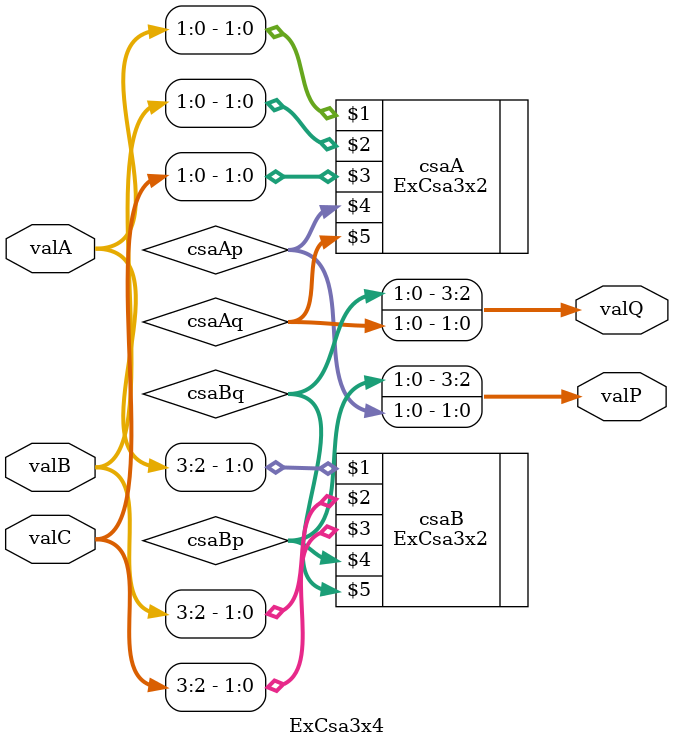
<source format=v>
/*
Carry Save for 3x 4-bit inputs, producing 2x 4-bit outputs.
 */

`include "ExCsa3x2.v"

module ExCsa3x4(valA, valB, valC, valP, valQ);
input[3:0]		valA;
input[3:0]		valB;
input[3:0]		valC;

output[3:0]		valP;
output[3:0]		valQ;

wire[1:0]	csaAp;
wire[1:0]	csaAq;
ExCsa3x2	csaA(valA[1:0], valB[1:0], valC[1:0], csaAp, csaAq);

wire[1:0]	csaBp;
wire[1:0]	csaBq;
ExCsa3x2	csaB(valA[3:2], valB[3:2], valC[3:2], csaBp, csaBq);

assign	valP = { csaBp, csaAp };
assign	valQ = { csaBq, csaAq };

endmodule

</source>
